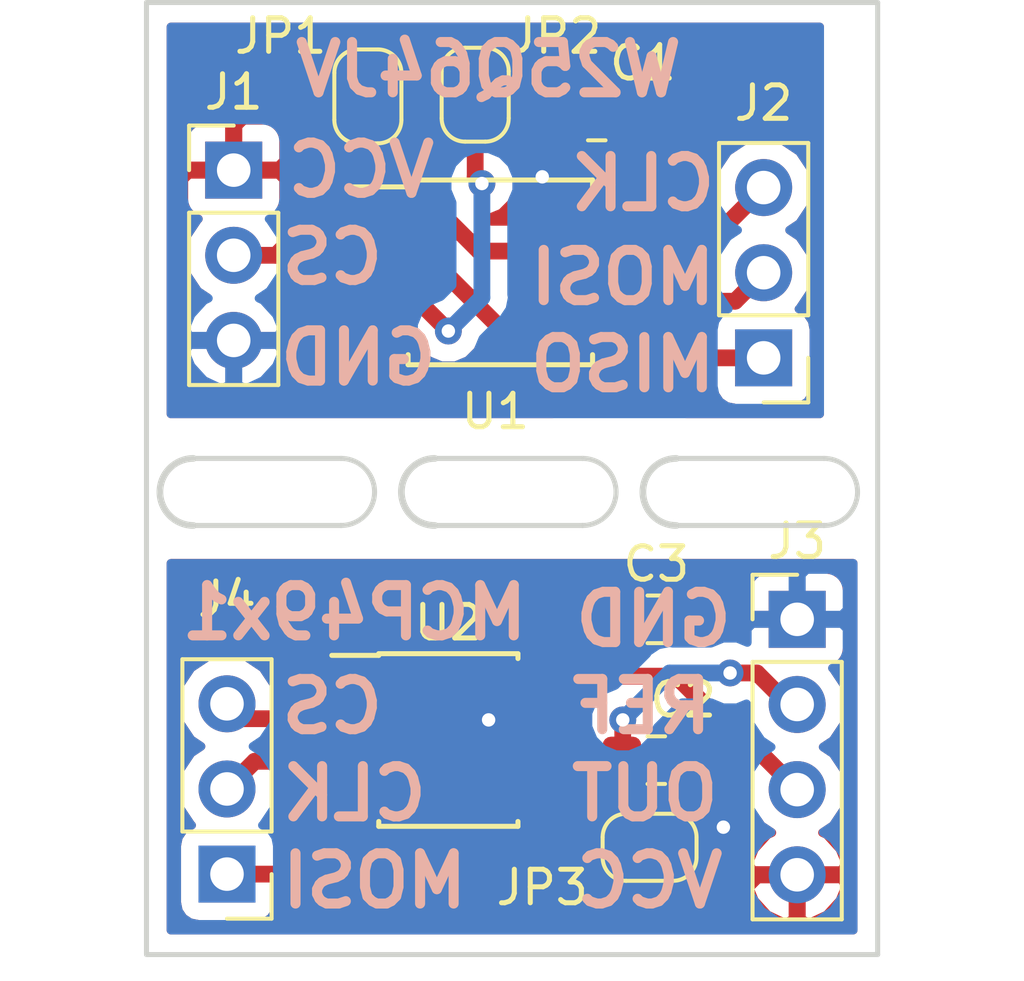
<source format=kicad_pcb>
(kicad_pcb (version 20171130) (host pcbnew 5.0.2-bee76a0~70~ubuntu18.04.1)

  (general
    (thickness 1.6)
    (drawings 31)
    (tracks 86)
    (zones 0)
    (modules 12)
    (nets 17)
  )

  (page A4)
  (layers
    (0 F.Cu signal)
    (31 B.Cu signal hide)
    (32 B.Adhes user)
    (33 F.Adhes user)
    (34 B.Paste user)
    (35 F.Paste user)
    (36 B.SilkS user)
    (37 F.SilkS user)
    (38 B.Mask user)
    (39 F.Mask user)
    (40 Dwgs.User user)
    (41 Cmts.User user)
    (42 Eco1.User user)
    (43 Eco2.User user)
    (44 Edge.Cuts user)
    (45 Margin user)
    (46 B.CrtYd user)
    (47 F.CrtYd user)
    (48 B.Fab user)
    (49 F.Fab user)
  )

  (setup
    (last_trace_width 0.5)
    (user_trace_width 0.5)
    (trace_clearance 0.5)
    (zone_clearance 0.508)
    (zone_45_only no)
    (trace_min 0.2)
    (segment_width 0.2)
    (edge_width 0.15)
    (via_size 0.8)
    (via_drill 0.4)
    (via_min_size 0.45)
    (via_min_drill 0.3)
    (uvia_size 0.3)
    (uvia_drill 0.1)
    (uvias_allowed no)
    (uvia_min_size 0)
    (uvia_min_drill 0.1)
    (pcb_text_width 0.3)
    (pcb_text_size 1.5 1.5)
    (mod_edge_width 0.15)
    (mod_text_size 1 1)
    (mod_text_width 0.15)
    (pad_size 1.524 1.524)
    (pad_drill 0.762)
    (pad_to_mask_clearance 0.051)
    (solder_mask_min_width 0.25)
    (aux_axis_origin 0 0)
    (visible_elements FFFFFF7F)
    (pcbplotparams
      (layerselection 0x010fc_ffffffff)
      (usegerberextensions false)
      (usegerberattributes false)
      (usegerberadvancedattributes false)
      (creategerberjobfile false)
      (excludeedgelayer true)
      (linewidth 0.100000)
      (plotframeref false)
      (viasonmask false)
      (mode 1)
      (useauxorigin false)
      (hpglpennumber 1)
      (hpglpenspeed 20)
      (hpglpendiameter 15.000000)
      (psnegative false)
      (psa4output false)
      (plotreference true)
      (plotvalue true)
      (plotinvisibletext false)
      (padsonsilk false)
      (subtractmaskfromsilk false)
      (outputformat 1)
      (mirror false)
      (drillshape 1)
      (scaleselection 1)
      (outputdirectory ""))
  )

  (net 0 "")
  (net 1 VCC)
  (net 2 GND)
  (net 3 GNDA)
  (net 4 Vref)
  (net 5 VDDA)
  (net 6 CS)
  (net 7 MISO)
  (net 8 MOSI)
  (net 9 CLK)
  (net 10 Vout)
  (net 11 MOSI_)
  (net 12 CLK_)
  (net 13 CS_)
  (net 14 "Net-(JP1-Pad2)")
  (net 15 "Net-(JP2-Pad2)")
  (net 16 "Net-(JP3-Pad1)")

  (net_class Default "This is the default net class."
    (clearance 0.5)
    (trace_width 0.5)
    (via_dia 0.8)
    (via_drill 0.4)
    (uvia_dia 0.3)
    (uvia_drill 0.1)
    (add_net CLK)
    (add_net CLK_)
    (add_net CS)
    (add_net CS_)
    (add_net GND)
    (add_net GNDA)
    (add_net MISO)
    (add_net MOSI)
    (add_net MOSI_)
    (add_net "Net-(JP1-Pad2)")
    (add_net "Net-(JP2-Pad2)")
    (add_net "Net-(JP3-Pad1)")
    (add_net VCC)
    (add_net VDDA)
    (add_net Vout)
    (add_net Vref)
  )

  (module Capacitor_SMD:C_0805_2012Metric_Pad1.15x1.40mm_HandSolder (layer F.Cu) (tedit 5B36C52B) (tstamp 5C6B885D)
    (at 136.825 78.8 180)
    (descr "Capacitor SMD 0805 (2012 Metric), square (rectangular) end terminal, IPC_7351 nominal with elongated pad for handsoldering. (Body size source: https://docs.google.com/spreadsheets/d/1BsfQQcO9C6DZCsRaXUlFlo91Tg2WpOkGARC1WS5S8t0/edit?usp=sharing), generated with kicad-footprint-generator")
    (tags "capacitor handsolder")
    (path /5C5F139C)
    (attr smd)
    (fp_text reference C1 (at -1.375 1.6 180) (layer F.SilkS)
      (effects (font (size 1 1) (thickness 0.15)))
    )
    (fp_text value 100n (at 0 1.65 180) (layer F.Fab)
      (effects (font (size 1 1) (thickness 0.15)))
    )
    (fp_line (start -1 0.6) (end -1 -0.6) (layer F.Fab) (width 0.1))
    (fp_line (start -1 -0.6) (end 1 -0.6) (layer F.Fab) (width 0.1))
    (fp_line (start 1 -0.6) (end 1 0.6) (layer F.Fab) (width 0.1))
    (fp_line (start 1 0.6) (end -1 0.6) (layer F.Fab) (width 0.1))
    (fp_line (start -0.261252 -0.71) (end 0.261252 -0.71) (layer F.SilkS) (width 0.12))
    (fp_line (start -0.261252 0.71) (end 0.261252 0.71) (layer F.SilkS) (width 0.12))
    (fp_line (start -1.85 0.95) (end -1.85 -0.95) (layer F.CrtYd) (width 0.05))
    (fp_line (start -1.85 -0.95) (end 1.85 -0.95) (layer F.CrtYd) (width 0.05))
    (fp_line (start 1.85 -0.95) (end 1.85 0.95) (layer F.CrtYd) (width 0.05))
    (fp_line (start 1.85 0.95) (end -1.85 0.95) (layer F.CrtYd) (width 0.05))
    (fp_text user %R (at 0 0 180) (layer F.Fab)
      (effects (font (size 0.5 0.5) (thickness 0.08)))
    )
    (pad 1 smd roundrect (at -1.025 0 180) (size 1.15 1.4) (layers F.Cu F.Paste F.Mask) (roundrect_rratio 0.217391)
      (net 1 VCC))
    (pad 2 smd roundrect (at 1.025 0 180) (size 1.15 1.4) (layers F.Cu F.Paste F.Mask) (roundrect_rratio 0.217391)
      (net 2 GND))
    (model ${KISYS3DMOD}/Capacitor_SMD.3dshapes/C_0805_2012Metric.wrl
      (at (xyz 0 0 0))
      (scale (xyz 1 1 1))
      (rotate (xyz 0 0 0))
    )
  )

  (module Capacitor_SMD:C_0805_2012Metric_Pad1.15x1.40mm_HandSolder (layer F.Cu) (tedit 5B36C52B) (tstamp 5C6B9191)
    (at 138.6 98)
    (descr "Capacitor SMD 0805 (2012 Metric), square (rectangular) end terminal, IPC_7351 nominal with elongated pad for handsoldering. (Body size source: https://docs.google.com/spreadsheets/d/1BsfQQcO9C6DZCsRaXUlFlo91Tg2WpOkGARC1WS5S8t0/edit?usp=sharing), generated with kicad-footprint-generator")
    (tags "capacitor handsolder")
    (path /5C5F16E4)
    (attr smd)
    (fp_text reference C2 (at 0.8 -1.8) (layer F.SilkS)
      (effects (font (size 1 1) (thickness 0.15)))
    )
    (fp_text value 100n (at 0 1.65) (layer F.Fab)
      (effects (font (size 1 1) (thickness 0.15)))
    )
    (fp_text user %R (at 0 -0.2) (layer F.Fab)
      (effects (font (size 0.5 0.5) (thickness 0.08)))
    )
    (fp_line (start 1.85 0.95) (end -1.85 0.95) (layer F.CrtYd) (width 0.05))
    (fp_line (start 1.85 -0.95) (end 1.85 0.95) (layer F.CrtYd) (width 0.05))
    (fp_line (start -1.85 -0.95) (end 1.85 -0.95) (layer F.CrtYd) (width 0.05))
    (fp_line (start -1.85 0.95) (end -1.85 -0.95) (layer F.CrtYd) (width 0.05))
    (fp_line (start -0.261252 0.71) (end 0.261252 0.71) (layer F.SilkS) (width 0.12))
    (fp_line (start -0.261252 -0.71) (end 0.261252 -0.71) (layer F.SilkS) (width 0.12))
    (fp_line (start 1 0.6) (end -1 0.6) (layer F.Fab) (width 0.1))
    (fp_line (start 1 -0.6) (end 1 0.6) (layer F.Fab) (width 0.1))
    (fp_line (start -1 -0.6) (end 1 -0.6) (layer F.Fab) (width 0.1))
    (fp_line (start -1 0.6) (end -1 -0.6) (layer F.Fab) (width 0.1))
    (pad 2 smd roundrect (at 1.025 0) (size 1.15 1.4) (layers F.Cu F.Paste F.Mask) (roundrect_rratio 0.217391)
      (net 3 GNDA))
    (pad 1 smd roundrect (at -1.025 0) (size 1.15 1.4) (layers F.Cu F.Paste F.Mask) (roundrect_rratio 0.217391)
      (net 4 Vref))
    (model ${KISYS3DMOD}/Capacitor_SMD.3dshapes/C_0805_2012Metric.wrl
      (at (xyz 0 0 0))
      (scale (xyz 1 1 1))
      (rotate (xyz 0 0 0))
    )
  )

  (module Capacitor_SMD:C_0805_2012Metric_Pad1.15x1.40mm_HandSolder (layer F.Cu) (tedit 5B36C52B) (tstamp 5C6B94AD)
    (at 138.6 93.8)
    (descr "Capacitor SMD 0805 (2012 Metric), square (rectangular) end terminal, IPC_7351 nominal with elongated pad for handsoldering. (Body size source: https://docs.google.com/spreadsheets/d/1BsfQQcO9C6DZCsRaXUlFlo91Tg2WpOkGARC1WS5S8t0/edit?usp=sharing), generated with kicad-footprint-generator")
    (tags "capacitor handsolder")
    (path /5C5F1797)
    (attr smd)
    (fp_text reference C3 (at 0 -1.65) (layer F.SilkS)
      (effects (font (size 1 1) (thickness 0.15)))
    )
    (fp_text value 100n (at 0 1.65) (layer F.Fab)
      (effects (font (size 1 1) (thickness 0.15)))
    )
    (fp_line (start -1 0.6) (end -1 -0.6) (layer F.Fab) (width 0.1))
    (fp_line (start -1 -0.6) (end 1 -0.6) (layer F.Fab) (width 0.1))
    (fp_line (start 1 -0.6) (end 1 0.6) (layer F.Fab) (width 0.1))
    (fp_line (start 1 0.6) (end -1 0.6) (layer F.Fab) (width 0.1))
    (fp_line (start -0.261252 -0.71) (end 0.261252 -0.71) (layer F.SilkS) (width 0.12))
    (fp_line (start -0.261252 0.71) (end 0.261252 0.71) (layer F.SilkS) (width 0.12))
    (fp_line (start -1.85 0.95) (end -1.85 -0.95) (layer F.CrtYd) (width 0.05))
    (fp_line (start -1.85 -0.95) (end 1.85 -0.95) (layer F.CrtYd) (width 0.05))
    (fp_line (start 1.85 -0.95) (end 1.85 0.95) (layer F.CrtYd) (width 0.05))
    (fp_line (start 1.85 0.95) (end -1.85 0.95) (layer F.CrtYd) (width 0.05))
    (fp_text user %R (at 0 0) (layer F.Fab)
      (effects (font (size 0.5 0.5) (thickness 0.08)))
    )
    (pad 1 smd roundrect (at -1.025 0) (size 1.15 1.4) (layers F.Cu F.Paste F.Mask) (roundrect_rratio 0.217391)
      (net 5 VDDA))
    (pad 2 smd roundrect (at 1.025 0) (size 1.15 1.4) (layers F.Cu F.Paste F.Mask) (roundrect_rratio 0.217391)
      (net 3 GNDA))
    (model ${KISYS3DMOD}/Capacitor_SMD.3dshapes/C_0805_2012Metric.wrl
      (at (xyz 0 0 0))
      (scale (xyz 1 1 1))
      (rotate (xyz 0 0 0))
    )
  )

  (module Connector_PinHeader_2.54mm:PinHeader_1x03_P2.54mm_Vertical (layer F.Cu) (tedit 59FED5CC) (tstamp 5C6B8327)
    (at 126 80.4)
    (descr "Through hole straight pin header, 1x03, 2.54mm pitch, single row")
    (tags "Through hole pin header THT 1x03 2.54mm single row")
    (path /5C5F096F)
    (fp_text reference J1 (at 0 -2.33) (layer F.SilkS)
      (effects (font (size 1 1) (thickness 0.15)))
    )
    (fp_text value Conn_01x03_Male (at 0 7.41) (layer F.Fab)
      (effects (font (size 1 1) (thickness 0.15)))
    )
    (fp_text user %R (at 0 2.54 90) (layer F.Fab)
      (effects (font (size 1 1) (thickness 0.15)))
    )
    (fp_line (start 1.8 -1.8) (end -1.8 -1.8) (layer F.CrtYd) (width 0.05))
    (fp_line (start 1.8 6.85) (end 1.8 -1.8) (layer F.CrtYd) (width 0.05))
    (fp_line (start -1.8 6.85) (end 1.8 6.85) (layer F.CrtYd) (width 0.05))
    (fp_line (start -1.8 -1.8) (end -1.8 6.85) (layer F.CrtYd) (width 0.05))
    (fp_line (start -1.33 -1.33) (end 0 -1.33) (layer F.SilkS) (width 0.12))
    (fp_line (start -1.33 0) (end -1.33 -1.33) (layer F.SilkS) (width 0.12))
    (fp_line (start -1.33 1.27) (end 1.33 1.27) (layer F.SilkS) (width 0.12))
    (fp_line (start 1.33 1.27) (end 1.33 6.41) (layer F.SilkS) (width 0.12))
    (fp_line (start -1.33 1.27) (end -1.33 6.41) (layer F.SilkS) (width 0.12))
    (fp_line (start -1.33 6.41) (end 1.33 6.41) (layer F.SilkS) (width 0.12))
    (fp_line (start -1.27 -0.635) (end -0.635 -1.27) (layer F.Fab) (width 0.1))
    (fp_line (start -1.27 6.35) (end -1.27 -0.635) (layer F.Fab) (width 0.1))
    (fp_line (start 1.27 6.35) (end -1.27 6.35) (layer F.Fab) (width 0.1))
    (fp_line (start 1.27 -1.27) (end 1.27 6.35) (layer F.Fab) (width 0.1))
    (fp_line (start -0.635 -1.27) (end 1.27 -1.27) (layer F.Fab) (width 0.1))
    (pad 3 thru_hole oval (at 0 5.08) (size 1.7 1.7) (drill 1) (layers *.Cu *.Mask)
      (net 2 GND))
    (pad 2 thru_hole oval (at 0 2.54) (size 1.7 1.7) (drill 1) (layers *.Cu *.Mask)
      (net 6 CS))
    (pad 1 thru_hole rect (at 0 0) (size 1.7 1.7) (drill 1) (layers *.Cu *.Mask)
      (net 1 VCC))
    (model ${KISYS3DMOD}/Connector_PinHeader_2.54mm.3dshapes/PinHeader_1x03_P2.54mm_Vertical.wrl
      (at (xyz 0 0 0))
      (scale (xyz 1 1 1))
      (rotate (xyz 0 0 0))
    )
  )

  (module Connector_PinHeader_2.54mm:PinHeader_1x03_P2.54mm_Vertical (layer F.Cu) (tedit 59FED5CC) (tstamp 5C6B833E)
    (at 141.8 86 180)
    (descr "Through hole straight pin header, 1x03, 2.54mm pitch, single row")
    (tags "Through hole pin header THT 1x03 2.54mm single row")
    (path /5C5F0AE3)
    (fp_text reference J2 (at 0 7.6 180) (layer F.SilkS)
      (effects (font (size 1 1) (thickness 0.15)))
    )
    (fp_text value Conn_01x03_Male (at 0 7.41 180) (layer F.Fab)
      (effects (font (size 1 1) (thickness 0.15)))
    )
    (fp_line (start -0.635 -1.27) (end 1.27 -1.27) (layer F.Fab) (width 0.1))
    (fp_line (start 1.27 -1.27) (end 1.27 6.35) (layer F.Fab) (width 0.1))
    (fp_line (start 1.27 6.35) (end -1.27 6.35) (layer F.Fab) (width 0.1))
    (fp_line (start -1.27 6.35) (end -1.27 -0.635) (layer F.Fab) (width 0.1))
    (fp_line (start -1.27 -0.635) (end -0.635 -1.27) (layer F.Fab) (width 0.1))
    (fp_line (start -1.33 6.41) (end 1.33 6.41) (layer F.SilkS) (width 0.12))
    (fp_line (start -1.33 1.27) (end -1.33 6.41) (layer F.SilkS) (width 0.12))
    (fp_line (start 1.33 1.27) (end 1.33 6.41) (layer F.SilkS) (width 0.12))
    (fp_line (start -1.33 1.27) (end 1.33 1.27) (layer F.SilkS) (width 0.12))
    (fp_line (start -1.33 0) (end -1.33 -1.33) (layer F.SilkS) (width 0.12))
    (fp_line (start -1.33 -1.33) (end 0 -1.33) (layer F.SilkS) (width 0.12))
    (fp_line (start -1.8 -1.8) (end -1.8 6.85) (layer F.CrtYd) (width 0.05))
    (fp_line (start -1.8 6.85) (end 1.8 6.85) (layer F.CrtYd) (width 0.05))
    (fp_line (start 1.8 6.85) (end 1.8 -1.8) (layer F.CrtYd) (width 0.05))
    (fp_line (start 1.8 -1.8) (end -1.8 -1.8) (layer F.CrtYd) (width 0.05))
    (fp_text user %R (at 0 2.54 270) (layer F.Fab)
      (effects (font (size 1 1) (thickness 0.15)))
    )
    (pad 1 thru_hole rect (at 0 0 180) (size 1.7 1.7) (drill 1) (layers *.Cu *.Mask)
      (net 7 MISO))
    (pad 2 thru_hole oval (at 0 2.54 180) (size 1.7 1.7) (drill 1) (layers *.Cu *.Mask)
      (net 8 MOSI))
    (pad 3 thru_hole oval (at 0 5.08 180) (size 1.7 1.7) (drill 1) (layers *.Cu *.Mask)
      (net 9 CLK))
    (model ${KISYS3DMOD}/Connector_PinHeader_2.54mm.3dshapes/PinHeader_1x03_P2.54mm_Vertical.wrl
      (at (xyz 0 0 0))
      (scale (xyz 1 1 1))
      (rotate (xyz 0 0 0))
    )
  )

  (module Connector_PinHeader_2.54mm:PinHeader_1x04_P2.54mm_Vertical (layer F.Cu) (tedit 59FED5CC) (tstamp 5C6B9605)
    (at 142.8 93.8)
    (descr "Through hole straight pin header, 1x04, 2.54mm pitch, single row")
    (tags "Through hole pin header THT 1x04 2.54mm single row")
    (path /5C5F021D)
    (fp_text reference J3 (at 0 -2.33) (layer F.SilkS)
      (effects (font (size 1 1) (thickness 0.15)))
    )
    (fp_text value Conn_01x04_Male (at 0 9.95) (layer F.Fab)
      (effects (font (size 1 1) (thickness 0.15)))
    )
    (fp_line (start -0.635 -1.27) (end 1.27 -1.27) (layer F.Fab) (width 0.1))
    (fp_line (start 1.27 -1.27) (end 1.27 8.89) (layer F.Fab) (width 0.1))
    (fp_line (start 1.27 8.89) (end -1.27 8.89) (layer F.Fab) (width 0.1))
    (fp_line (start -1.27 8.89) (end -1.27 -0.635) (layer F.Fab) (width 0.1))
    (fp_line (start -1.27 -0.635) (end -0.635 -1.27) (layer F.Fab) (width 0.1))
    (fp_line (start -1.33 8.95) (end 1.33 8.95) (layer F.SilkS) (width 0.12))
    (fp_line (start -1.33 1.27) (end -1.33 8.95) (layer F.SilkS) (width 0.12))
    (fp_line (start 1.33 1.27) (end 1.33 8.95) (layer F.SilkS) (width 0.12))
    (fp_line (start -1.33 1.27) (end 1.33 1.27) (layer F.SilkS) (width 0.12))
    (fp_line (start -1.33 0) (end -1.33 -1.33) (layer F.SilkS) (width 0.12))
    (fp_line (start -1.33 -1.33) (end 0 -1.33) (layer F.SilkS) (width 0.12))
    (fp_line (start -1.8 -1.8) (end -1.8 9.4) (layer F.CrtYd) (width 0.05))
    (fp_line (start -1.8 9.4) (end 1.8 9.4) (layer F.CrtYd) (width 0.05))
    (fp_line (start 1.8 9.4) (end 1.8 -1.8) (layer F.CrtYd) (width 0.05))
    (fp_line (start 1.8 -1.8) (end -1.8 -1.8) (layer F.CrtYd) (width 0.05))
    (fp_text user %R (at 0 3.81 90) (layer F.Fab)
      (effects (font (size 1 1) (thickness 0.15)))
    )
    (pad 1 thru_hole rect (at 0 0) (size 1.7 1.7) (drill 1) (layers *.Cu *.Mask)
      (net 3 GNDA))
    (pad 2 thru_hole oval (at 0 2.54) (size 1.7 1.7) (drill 1) (layers *.Cu *.Mask)
      (net 4 Vref))
    (pad 3 thru_hole oval (at 0 5.08) (size 1.7 1.7) (drill 1) (layers *.Cu *.Mask)
      (net 10 Vout))
    (pad 4 thru_hole oval (at 0 7.62) (size 1.7 1.7) (drill 1) (layers *.Cu *.Mask)
      (net 5 VDDA))
    (model ${KISYS3DMOD}/Connector_PinHeader_2.54mm.3dshapes/PinHeader_1x04_P2.54mm_Vertical.wrl
      (at (xyz 0 0 0))
      (scale (xyz 1 1 1))
      (rotate (xyz 0 0 0))
    )
  )

  (module Connector_PinHeader_2.54mm:PinHeader_1x03_P2.54mm_Vertical (layer F.Cu) (tedit 59FED5CC) (tstamp 5C6B836D)
    (at 125.8 101.4 180)
    (descr "Through hole straight pin header, 1x03, 2.54mm pitch, single row")
    (tags "Through hole pin header THT 1x03 2.54mm single row")
    (path /5C5F04C7)
    (fp_text reference J4 (at 0 8.2 180) (layer F.SilkS)
      (effects (font (size 1 1) (thickness 0.15)))
    )
    (fp_text value Conn_01x03_Male (at 0 7.41 180) (layer F.Fab)
      (effects (font (size 1 1) (thickness 0.15)))
    )
    (fp_line (start -0.635 -1.27) (end 1.27 -1.27) (layer F.Fab) (width 0.1))
    (fp_line (start 1.27 -1.27) (end 1.27 6.35) (layer F.Fab) (width 0.1))
    (fp_line (start 1.27 6.35) (end -1.27 6.35) (layer F.Fab) (width 0.1))
    (fp_line (start -1.27 6.35) (end -1.27 -0.635) (layer F.Fab) (width 0.1))
    (fp_line (start -1.27 -0.635) (end -0.635 -1.27) (layer F.Fab) (width 0.1))
    (fp_line (start -1.33 6.41) (end 1.33 6.41) (layer F.SilkS) (width 0.12))
    (fp_line (start -1.33 1.27) (end -1.33 6.41) (layer F.SilkS) (width 0.12))
    (fp_line (start 1.33 1.27) (end 1.33 6.41) (layer F.SilkS) (width 0.12))
    (fp_line (start -1.33 1.27) (end 1.33 1.27) (layer F.SilkS) (width 0.12))
    (fp_line (start -1.33 0) (end -1.33 -1.33) (layer F.SilkS) (width 0.12))
    (fp_line (start -1.33 -1.33) (end 0 -1.33) (layer F.SilkS) (width 0.12))
    (fp_line (start -1.8 -1.8) (end -1.8 6.85) (layer F.CrtYd) (width 0.05))
    (fp_line (start -1.8 6.85) (end 1.8 6.85) (layer F.CrtYd) (width 0.05))
    (fp_line (start 1.8 6.85) (end 1.8 -1.8) (layer F.CrtYd) (width 0.05))
    (fp_line (start 1.8 -1.8) (end -1.8 -1.8) (layer F.CrtYd) (width 0.05))
    (fp_text user %R (at 0 2.54 270) (layer F.Fab)
      (effects (font (size 1 1) (thickness 0.15)))
    )
    (pad 1 thru_hole rect (at 0 0 180) (size 1.7 1.7) (drill 1) (layers *.Cu *.Mask)
      (net 11 MOSI_))
    (pad 2 thru_hole oval (at 0 2.54 180) (size 1.7 1.7) (drill 1) (layers *.Cu *.Mask)
      (net 12 CLK_))
    (pad 3 thru_hole oval (at 0 5.08 180) (size 1.7 1.7) (drill 1) (layers *.Cu *.Mask)
      (net 13 CS_))
    (model ${KISYS3DMOD}/Connector_PinHeader_2.54mm.3dshapes/PinHeader_1x03_P2.54mm_Vertical.wrl
      (at (xyz 0 0 0))
      (scale (xyz 1 1 1))
      (rotate (xyz 0 0 0))
    )
  )

  (module Jumper:SolderJumper-2_P1.3mm_Open_RoundedPad1.0x1.5mm (layer F.Cu) (tedit 5C5EF37B) (tstamp 5C6B837F)
    (at 130 78.2 270)
    (descr "SMD Solder Jumper, 1x1.5mm, rounded Pads, 0.3mm gap, open")
    (tags "solder jumper open")
    (path /5C5F0F7C)
    (attr virtual)
    (fp_text reference JP1 (at -1.8 2.6) (layer F.SilkS)
      (effects (font (size 1 1) (thickness 0.15)))
    )
    (fp_text value Jumper (at 0 1.9 270) (layer F.Fab)
      (effects (font (size 1 1) (thickness 0.15)))
    )
    (fp_arc (start 0.7 -0.3) (end 1.4 -0.3) (angle -90) (layer F.SilkS) (width 0.12))
    (fp_arc (start 0.7 0.3) (end 0.7 1) (angle -90) (layer F.SilkS) (width 0.12))
    (fp_arc (start -0.7 0.3) (end -1.4 0.3) (angle -90) (layer F.SilkS) (width 0.12))
    (fp_arc (start -0.7 -0.3) (end -0.7 -1) (angle -90) (layer F.SilkS) (width 0.12))
    (fp_line (start -1.4 0.3) (end -1.4 -0.3) (layer F.SilkS) (width 0.12))
    (fp_line (start 0.7 1) (end -0.7 1) (layer F.SilkS) (width 0.12))
    (fp_line (start 1.4 -0.3) (end 1.4 0.3) (layer F.SilkS) (width 0.12))
    (fp_line (start -0.7 -1) (end 0.7 -1) (layer F.SilkS) (width 0.12))
    (fp_line (start -1.65 -1.25) (end 1.65 -1.25) (layer F.CrtYd) (width 0.05))
    (fp_line (start -1.65 -1.25) (end -1.65 1.25) (layer F.CrtYd) (width 0.05))
    (fp_line (start 1.65 1.25) (end 1.65 -1.25) (layer F.CrtYd) (width 0.05))
    (fp_line (start 1.65 1.25) (end -1.65 1.25) (layer F.CrtYd) (width 0.05))
    (pad 1 smd custom (at -0.65 0 270) (size 1 0.5) (layers F.Cu F.Mask)
      (net 1 VCC) (zone_connect 0)
      (options (clearance outline) (anchor rect))
      (primitives
        (gr_circle (center 0 0.25) (end 0.5 0.25) (width 0))
        (gr_circle (center 0 -0.25) (end 0.5 -0.25) (width 0))
        (gr_poly (pts
           (xy 0 -0.75) (xy 0.5 -0.75) (xy 0.5 0.75) (xy 0 0.75)) (width 0))
      ))
    (pad 2 smd custom (at 0.65 0 270) (size 1 0.5) (layers F.Cu F.Mask)
      (net 14 "Net-(JP1-Pad2)") (zone_connect 0)
      (options (clearance outline) (anchor rect))
      (primitives
        (gr_circle (center 0 0.25) (end 0.5 0.25) (width 0))
        (gr_circle (center 0 -0.25) (end 0.5 -0.25) (width 0))
        (gr_poly (pts
           (xy 0 -0.75) (xy -0.5 -0.75) (xy -0.5 0.75) (xy 0 0.75)) (width 0))
      ))
  )

  (module Jumper:SolderJumper-2_P1.3mm_Open_RoundedPad1.0x1.5mm (layer F.Cu) (tedit 5B391E66) (tstamp 5C6B8391)
    (at 133.2 78.15 270)
    (descr "SMD Solder Jumper, 1x1.5mm, rounded Pads, 0.3mm gap, open")
    (tags "solder jumper open")
    (path /5C5F0EF6)
    (attr virtual)
    (fp_text reference JP2 (at -1.75 -2.4) (layer F.SilkS)
      (effects (font (size 1 1) (thickness 0.15)))
    )
    (fp_text value Jumper (at 0 1.9 270) (layer F.Fab)
      (effects (font (size 1 1) (thickness 0.15)))
    )
    (fp_line (start 1.65 1.25) (end -1.65 1.25) (layer F.CrtYd) (width 0.05))
    (fp_line (start 1.65 1.25) (end 1.65 -1.25) (layer F.CrtYd) (width 0.05))
    (fp_line (start -1.65 -1.25) (end -1.65 1.25) (layer F.CrtYd) (width 0.05))
    (fp_line (start -1.65 -1.25) (end 1.65 -1.25) (layer F.CrtYd) (width 0.05))
    (fp_line (start -0.7 -1) (end 0.7 -1) (layer F.SilkS) (width 0.12))
    (fp_line (start 1.4 -0.3) (end 1.4 0.3) (layer F.SilkS) (width 0.12))
    (fp_line (start 0.7 1) (end -0.7 1) (layer F.SilkS) (width 0.12))
    (fp_line (start -1.4 0.3) (end -1.4 -0.3) (layer F.SilkS) (width 0.12))
    (fp_arc (start -0.7 -0.3) (end -0.7 -1) (angle -90) (layer F.SilkS) (width 0.12))
    (fp_arc (start -0.7 0.3) (end -1.4 0.3) (angle -90) (layer F.SilkS) (width 0.12))
    (fp_arc (start 0.7 0.3) (end 0.7 1) (angle -90) (layer F.SilkS) (width 0.12))
    (fp_arc (start 0.7 -0.3) (end 1.4 -0.3) (angle -90) (layer F.SilkS) (width 0.12))
    (pad 2 smd custom (at 0.65 0 270) (size 1 0.5) (layers F.Cu F.Mask)
      (net 15 "Net-(JP2-Pad2)") (zone_connect 0)
      (options (clearance outline) (anchor rect))
      (primitives
        (gr_circle (center 0 0.25) (end 0.5 0.25) (width 0))
        (gr_circle (center 0 -0.25) (end 0.5 -0.25) (width 0))
        (gr_poly (pts
           (xy 0 -0.75) (xy -0.5 -0.75) (xy -0.5 0.75) (xy 0 0.75)) (width 0))
      ))
    (pad 1 smd custom (at -0.65 0 270) (size 1 0.5) (layers F.Cu F.Mask)
      (net 1 VCC) (zone_connect 0)
      (options (clearance outline) (anchor rect))
      (primitives
        (gr_circle (center 0 0.25) (end 0.5 0.25) (width 0))
        (gr_circle (center 0 -0.25) (end 0.5 -0.25) (width 0))
        (gr_poly (pts
           (xy 0 -0.75) (xy 0.5 -0.75) (xy 0.5 0.75) (xy 0 0.75)) (width 0))
      ))
  )

  (module Jumper:SolderJumper-2_P1.3mm_Open_RoundedPad1.0x1.5mm (layer F.Cu) (tedit 5B391E66) (tstamp 5C6B83A3)
    (at 138.4 100.6)
    (descr "SMD Solder Jumper, 1x1.5mm, rounded Pads, 0.3mm gap, open")
    (tags "solder jumper open")
    (path /5C5EFF37)
    (attr virtual)
    (fp_text reference JP3 (at -3.2 1.2) (layer F.SilkS)
      (effects (font (size 1 1) (thickness 0.15)))
    )
    (fp_text value Jumper (at 0 1.9) (layer F.Fab)
      (effects (font (size 1 1) (thickness 0.15)))
    )
    (fp_arc (start 0.7 -0.3) (end 1.4 -0.3) (angle -90) (layer F.SilkS) (width 0.12))
    (fp_arc (start 0.7 0.3) (end 0.7 1) (angle -90) (layer F.SilkS) (width 0.12))
    (fp_arc (start -0.7 0.3) (end -1.4 0.3) (angle -90) (layer F.SilkS) (width 0.12))
    (fp_arc (start -0.7 -0.3) (end -0.7 -1) (angle -90) (layer F.SilkS) (width 0.12))
    (fp_line (start -1.4 0.3) (end -1.4 -0.3) (layer F.SilkS) (width 0.12))
    (fp_line (start 0.7 1) (end -0.7 1) (layer F.SilkS) (width 0.12))
    (fp_line (start 1.4 -0.3) (end 1.4 0.3) (layer F.SilkS) (width 0.12))
    (fp_line (start -0.7 -1) (end 0.7 -1) (layer F.SilkS) (width 0.12))
    (fp_line (start -1.65 -1.25) (end 1.65 -1.25) (layer F.CrtYd) (width 0.05))
    (fp_line (start -1.65 -1.25) (end -1.65 1.25) (layer F.CrtYd) (width 0.05))
    (fp_line (start 1.65 1.25) (end 1.65 -1.25) (layer F.CrtYd) (width 0.05))
    (fp_line (start 1.65 1.25) (end -1.65 1.25) (layer F.CrtYd) (width 0.05))
    (pad 1 smd custom (at -0.65 0) (size 1 0.5) (layers F.Cu F.Mask)
      (net 16 "Net-(JP3-Pad1)") (zone_connect 0)
      (options (clearance outline) (anchor rect))
      (primitives
        (gr_circle (center 0 0.25) (end 0.5 0.25) (width 0))
        (gr_circle (center 0 -0.25) (end 0.5 -0.25) (width 0))
        (gr_poly (pts
           (xy 0 -0.75) (xy 0.5 -0.75) (xy 0.5 0.75) (xy 0 0.75)) (width 0))
      ))
    (pad 2 smd custom (at 0.65 0) (size 1 0.5) (layers F.Cu F.Mask)
      (net 3 GNDA) (zone_connect 0)
      (options (clearance outline) (anchor rect))
      (primitives
        (gr_circle (center 0 0.25) (end 0.5 0.25) (width 0))
        (gr_circle (center 0 -0.25) (end 0.5 -0.25) (width 0))
        (gr_poly (pts
           (xy 0 -0.75) (xy -0.5 -0.75) (xy -0.5 0.75) (xy 0 0.75)) (width 0))
      ))
  )

  (module Package_SO:SOIJ-8_5.3x5.3mm_P1.27mm (layer F.Cu) (tedit 5A02F2D3) (tstamp 5C6B870F)
    (at 133.95 83.45)
    (descr "8-Lead Plastic Small Outline (SM) - Medium, 5.28 mm Body [SOIC] (see Microchip Packaging Specification 00000049BS.pdf)")
    (tags "SOIC 1.27")
    (path /5C5EF999)
    (attr smd)
    (fp_text reference U1 (at -0.15 4.15) (layer F.SilkS)
      (effects (font (size 1 1) (thickness 0.15)))
    )
    (fp_text value W25Q64JV (at 0 3.68) (layer F.Fab)
      (effects (font (size 1 1) (thickness 0.15)))
    )
    (fp_text user %R (at -1.175001 -1.475001) (layer F.Fab)
      (effects (font (size 1 1) (thickness 0.15)))
    )
    (fp_line (start -1.65 -2.65) (end 2.65 -2.65) (layer F.Fab) (width 0.15))
    (fp_line (start 2.65 -2.65) (end 2.65 2.65) (layer F.Fab) (width 0.15))
    (fp_line (start 2.65 2.65) (end -2.65 2.65) (layer F.Fab) (width 0.15))
    (fp_line (start -2.65 2.65) (end -2.65 -1.65) (layer F.Fab) (width 0.15))
    (fp_line (start -2.65 -1.65) (end -1.65 -2.65) (layer F.Fab) (width 0.15))
    (fp_line (start -4.75 -2.95) (end -4.75 2.95) (layer F.CrtYd) (width 0.05))
    (fp_line (start 4.75 -2.95) (end 4.75 2.95) (layer F.CrtYd) (width 0.05))
    (fp_line (start -4.75 -2.95) (end 4.75 -2.95) (layer F.CrtYd) (width 0.05))
    (fp_line (start -4.75 2.95) (end 4.75 2.95) (layer F.CrtYd) (width 0.05))
    (fp_line (start -2.75 -2.755) (end -2.75 -2.55) (layer F.SilkS) (width 0.15))
    (fp_line (start 2.75 -2.755) (end 2.75 -2.455) (layer F.SilkS) (width 0.15))
    (fp_line (start 2.75 2.755) (end 2.75 2.455) (layer F.SilkS) (width 0.15))
    (fp_line (start -2.75 2.755) (end -2.75 2.455) (layer F.SilkS) (width 0.15))
    (fp_line (start -2.75 -2.755) (end 2.75 -2.755) (layer F.SilkS) (width 0.15))
    (fp_line (start -2.75 2.755) (end 2.75 2.755) (layer F.SilkS) (width 0.15))
    (fp_line (start -2.75 -2.55) (end -4.5 -2.55) (layer F.SilkS) (width 0.15))
    (pad 1 smd rect (at -3.65 -1.905) (size 1.7 0.65) (layers F.Cu F.Paste F.Mask)
      (net 6 CS))
    (pad 2 smd rect (at -3.65 -0.635) (size 1.7 0.65) (layers F.Cu F.Paste F.Mask)
      (net 7 MISO))
    (pad 3 smd rect (at -3.65 0.635) (size 1.7 0.65) (layers F.Cu F.Paste F.Mask)
      (net 15 "Net-(JP2-Pad2)"))
    (pad 4 smd rect (at -3.65 1.905) (size 1.7 0.65) (layers F.Cu F.Paste F.Mask)
      (net 2 GND))
    (pad 5 smd rect (at 3.65 1.905) (size 1.7 0.65) (layers F.Cu F.Paste F.Mask)
      (net 8 MOSI))
    (pad 6 smd rect (at 3.65 0.635) (size 1.7 0.65) (layers F.Cu F.Paste F.Mask)
      (net 9 CLK))
    (pad 7 smd rect (at 3.65 -0.635) (size 1.7 0.65) (layers F.Cu F.Paste F.Mask)
      (net 14 "Net-(JP1-Pad2)"))
    (pad 8 smd rect (at 3.65 -1.905) (size 1.7 0.65) (layers F.Cu F.Paste F.Mask)
      (net 1 VCC))
    (model ${KISYS3DMOD}/Package_SO.3dshapes/SOIJ-8_5.3x5.3mm_P1.27mm.wrl
      (at (xyz 0 0 0))
      (scale (xyz 1 1 1))
      (rotate (xyz 0 0 0))
    )
  )

  (module Package_SO:SOIC-8_3.9x4.9mm_P1.27mm (layer F.Cu) (tedit 5A02F2D3) (tstamp 5C6B83DD)
    (at 132.4 97.4)
    (descr "8-Lead Plastic Small Outline (SN) - Narrow, 3.90 mm Body [SOIC] (see Microchip Packaging Specification http://ww1.microchip.com/downloads/en/PackagingSpec/00000049BQ.pdf)")
    (tags "SOIC 1.27")
    (path /5C5EFADB)
    (attr smd)
    (fp_text reference U2 (at 0 -3.5) (layer F.SilkS)
      (effects (font (size 1 1) (thickness 0.15)))
    )
    (fp_text value MCP4911 (at 0 3.5) (layer F.Fab)
      (effects (font (size 1 1) (thickness 0.15)))
    )
    (fp_text user %R (at 0.194999 0) (layer F.Fab)
      (effects (font (size 1 1) (thickness 0.15)))
    )
    (fp_line (start -0.95 -2.45) (end 1.95 -2.45) (layer F.Fab) (width 0.1))
    (fp_line (start 1.95 -2.45) (end 1.95 2.45) (layer F.Fab) (width 0.1))
    (fp_line (start 1.95 2.45) (end -1.95 2.45) (layer F.Fab) (width 0.1))
    (fp_line (start -1.95 2.45) (end -1.95 -1.45) (layer F.Fab) (width 0.1))
    (fp_line (start -1.95 -1.45) (end -0.95 -2.45) (layer F.Fab) (width 0.1))
    (fp_line (start -3.73 -2.7) (end -3.73 2.7) (layer F.CrtYd) (width 0.05))
    (fp_line (start 3.73 -2.7) (end 3.73 2.7) (layer F.CrtYd) (width 0.05))
    (fp_line (start -3.73 -2.7) (end 3.73 -2.7) (layer F.CrtYd) (width 0.05))
    (fp_line (start -3.73 2.7) (end 3.73 2.7) (layer F.CrtYd) (width 0.05))
    (fp_line (start -2.075 -2.575) (end -2.075 -2.525) (layer F.SilkS) (width 0.15))
    (fp_line (start 2.075 -2.575) (end 2.075 -2.43) (layer F.SilkS) (width 0.15))
    (fp_line (start 2.075 2.575) (end 2.075 2.43) (layer F.SilkS) (width 0.15))
    (fp_line (start -2.075 2.575) (end -2.075 2.43) (layer F.SilkS) (width 0.15))
    (fp_line (start -2.075 -2.575) (end 2.075 -2.575) (layer F.SilkS) (width 0.15))
    (fp_line (start -2.075 2.575) (end 2.075 2.575) (layer F.SilkS) (width 0.15))
    (fp_line (start -2.075 -2.525) (end -3.475 -2.525) (layer F.SilkS) (width 0.15))
    (pad 1 smd rect (at -2.7 -1.905) (size 1.55 0.6) (layers F.Cu F.Paste F.Mask)
      (net 5 VDDA))
    (pad 2 smd rect (at -2.7 -0.635) (size 1.55 0.6) (layers F.Cu F.Paste F.Mask)
      (net 13 CS_))
    (pad 3 smd rect (at -2.7 0.635) (size 1.55 0.6) (layers F.Cu F.Paste F.Mask)
      (net 12 CLK_))
    (pad 4 smd rect (at -2.7 1.905) (size 1.55 0.6) (layers F.Cu F.Paste F.Mask)
      (net 11 MOSI_))
    (pad 5 smd rect (at 2.7 1.905) (size 1.55 0.6) (layers F.Cu F.Paste F.Mask)
      (net 16 "Net-(JP3-Pad1)"))
    (pad 6 smd rect (at 2.7 0.635) (size 1.55 0.6) (layers F.Cu F.Paste F.Mask)
      (net 4 Vref))
    (pad 7 smd rect (at 2.7 -0.635) (size 1.55 0.6) (layers F.Cu F.Paste F.Mask)
      (net 3 GNDA))
    (pad 8 smd rect (at 2.7 -1.905) (size 1.55 0.6) (layers F.Cu F.Paste F.Mask)
      (net 10 Vout))
    (model ${KISYS3DMOD}/Package_SO.3dshapes/SOIC-8_3.9x4.9mm_P1.27mm.wrl
      (at (xyz 0 0 0))
      (scale (xyz 1 1 1))
      (rotate (xyz 0 0 0))
    )
  )

  (gr_line (start 143.6 89) (end 139.2 89) (layer Edge.Cuts) (width 0.15) (tstamp 5C6BBAC7))
  (gr_arc (start 139.2 90) (end 139.2 89) (angle -180) (layer Edge.Cuts) (width 0.2) (tstamp 5C6BBAC1))
  (gr_line (start 139.2 91) (end 143.6 91) (layer Edge.Cuts) (width 0.15) (tstamp 5C6BBABE))
  (gr_arc (start 143.6 90) (end 143.6 91) (angle -180) (layer Edge.Cuts) (width 0.15) (tstamp 5C6BBAC4))
  (gr_line (start 136.4 89) (end 132 89) (layer Edge.Cuts) (width 0.15) (tstamp 5C6BBA40))
  (gr_line (start 132 91) (end 136.4 91) (layer Edge.Cuts) (width 0.15) (tstamp 5C6BBA3F))
  (gr_arc (start 136.4 90) (end 136.4 91) (angle -180) (layer Edge.Cuts) (width 0.15) (tstamp 5C6BBA3E))
  (gr_arc (start 132 90) (end 132 89) (angle -180) (layer Edge.Cuts) (width 0.2) (tstamp 5C6BBA3D))
  (gr_line (start 124.8 91) (end 129.2 91) (layer Edge.Cuts) (width 0.15))
  (gr_line (start 129.2 89) (end 124.8 89) (layer Edge.Cuts) (width 0.15))
  (gr_arc (start 129.2 90) (end 129.2 91) (angle -180) (layer Edge.Cuts) (width 0.15))
  (gr_arc (start 124.8 90) (end 124.8 89) (angle -180) (layer Edge.Cuts) (width 0.2))
  (gr_text W25Q64JV (at 133.6 77.4) (layer B.SilkS)
    (effects (font (size 1.5 1.5) (thickness 0.3)) (justify mirror))
  )
  (gr_text MCP49x1 (at 129.6 93.6) (layer B.SilkS)
    (effects (font (size 1.5 1.5) (thickness 0.3)) (justify mirror))
  )
  (gr_text OUT (at 140.6 99) (layer B.SilkS) (tstamp 5C6BA1CB)
    (effects (font (size 1.5 1.5) (thickness 0.3)) (justify left mirror))
  )
  (gr_text REF (at 140.4 96.4) (layer B.SilkS) (tstamp 5C6BA193)
    (effects (font (size 1.5 1.5) (thickness 0.3)) (justify left mirror))
  )
  (gr_text MOSI (at 130.2 101.6) (layer B.SilkS) (tstamp 5C6BA13A)
    (effects (font (size 1.5 1.5) (thickness 0.3)) (justify mirror))
  )
  (gr_text CS (at 130.6 96.4) (layer B.SilkS) (tstamp 5C6BA0E5)
    (effects (font (size 1.5 1.5) (thickness 0.3)) (justify left mirror))
  )
  (gr_text CLK (at 129.6 99) (layer B.SilkS) (tstamp 5C6BA074)
    (effects (font (size 1.5 1.5) (thickness 0.3)) (justify mirror))
  )
  (gr_text VCC (at 138.4 101.6) (layer B.SilkS) (tstamp 5C6BA01F)
    (effects (font (size 1.5 1.5) (thickness 0.3)) (justify mirror))
  )
  (gr_text GND (at 141 93.8) (layer B.SilkS) (tstamp 5C6B9FCA)
    (effects (font (size 1.5 1.5) (thickness 0.3)) (justify left mirror))
  )
  (gr_text MISO (at 137.6 86.2) (layer B.SilkS) (tstamp 5C6B9DEE)
    (effects (font (size 1.5 1.5) (thickness 0.3)) (justify mirror))
  )
  (gr_text MOSI (at 137.6 83.6) (layer B.SilkS) (tstamp 5C6B9DB6)
    (effects (font (size 1.5 1.5) (thickness 0.3)) (justify mirror))
  )
  (gr_text CLK (at 138.2 80.8) (layer B.SilkS) (tstamp 5C6B9D7E)
    (effects (font (size 1.5 1.5) (thickness 0.3)) (justify mirror))
  )
  (gr_text GND (at 132.2 86) (layer B.SilkS) (tstamp 5C6B9D42)
    (effects (font (size 1.5 1.5) (thickness 0.3)) (justify left mirror))
  )
  (gr_text CS (at 130.6 83) (layer B.SilkS) (tstamp 5C6B9C9C)
    (effects (font (size 1.5 1.5) (thickness 0.3)) (justify left mirror))
  )
  (gr_text VCC (at 129.8 80.4) (layer B.SilkS)
    (effects (font (size 1.5 1.5) (thickness 0.3)) (justify mirror))
  )
  (gr_line (start 145.2 75.4) (end 145.2 103.8) (layer Edge.Cuts) (width 0.15))
  (gr_line (start 123.4 75.4) (end 145.2 75.4) (layer Edge.Cuts) (width 0.15))
  (gr_line (start 123.4 103.8) (end 123.4 75.4) (layer Edge.Cuts) (width 0.15))
  (gr_line (start 145.2 103.8) (end 123.4 103.8) (layer Edge.Cuts) (width 0.15))

  (segment (start 137.85 81.295) (end 137.85 78.8) (width 0.8) (layer F.Cu) (net 1))
  (segment (start 129.152408 77.55) (end 130 77.55) (width 0.5) (layer F.Cu) (net 1))
  (segment (start 127.5 77.55) (end 129.152408 77.55) (width 0.5) (layer F.Cu) (net 1))
  (segment (start 126 79.05) (end 127.5 77.55) (width 0.5) (layer F.Cu) (net 1))
  (segment (start 126 80.4) (end 126 79.05) (width 0.5) (layer F.Cu) (net 1))
  (segment (start 133.15 77.55) (end 133.2 77.5) (width 0.5) (layer F.Cu) (net 1))
  (segment (start 130 77.55) (end 133.15 77.55) (width 0.5) (layer F.Cu) (net 1))
  (segment (start 137.85 78) (end 137.85 78.8) (width 0.5) (layer F.Cu) (net 1))
  (segment (start 136.825226 76.975226) (end 137.85 78) (width 0.5) (layer F.Cu) (net 1))
  (segment (start 133.724774 76.975226) (end 136.825226 76.975226) (width 0.5) (layer F.Cu) (net 1))
  (segment (start 133.2 77.5) (end 133.724774 76.975226) (width 0.5) (layer F.Cu) (net 1))
  (segment (start 130.175 85.48) (end 130.3 85.355) (width 0.5) (layer F.Cu) (net 2))
  (segment (start 126 85.48) (end 130.175 85.48) (width 0.5) (layer F.Cu) (net 2))
  (via (at 135.2 80.6) (size 0.8) (drill 0.4) (layers F.Cu B.Cu) (net 2))
  (segment (start 135.8 78.8) (end 135.8 80) (width 0.8) (layer F.Cu) (net 2))
  (segment (start 135.8 80) (end 135.2 80.6) (width 0.8) (layer F.Cu) (net 2))
  (segment (start 139.625 93.8) (end 142.8 93.8) (width 0.5) (layer F.Cu) (net 3))
  (via (at 140.6 100) (size 0.8) (drill 0.4) (layers F.Cu B.Cu) (net 3))
  (segment (start 139.05 100.6) (end 140 100.6) (width 0.5) (layer F.Cu) (net 3))
  (segment (start 140 100.6) (end 140.6 100) (width 0.5) (layer F.Cu) (net 3))
  (segment (start 139.625 99.025) (end 140.6 100) (width 0.5) (layer F.Cu) (net 3))
  (segment (start 139.625 98) (end 139.625 99.025) (width 0.5) (layer F.Cu) (net 3))
  (via (at 133.6 96.8) (size 0.8) (drill 0.4) (layers F.Cu B.Cu) (net 3))
  (segment (start 135.1 96.765) (end 133.635 96.765) (width 0.5) (layer F.Cu) (net 3))
  (segment (start 133.635 96.765) (end 133.6 96.8) (width 0.5) (layer F.Cu) (net 3))
  (segment (start 135.135 98) (end 135.1 98.035) (width 0.5) (layer F.Cu) (net 4))
  (segment (start 137.575 98) (end 135.135 98) (width 0.5) (layer F.Cu) (net 4))
  (via (at 140.8 95.4) (size 0.8) (drill 0.4) (layers F.Cu B.Cu) (net 4))
  (via (at 137.6 96.8) (size 0.8) (drill 0.4) (layers F.Cu B.Cu) (net 4))
  (segment (start 137.6 97.975) (end 137.575 98) (width 0.5) (layer F.Cu) (net 4))
  (segment (start 137.6 96.8) (end 137.6 97.975) (width 0.5) (layer F.Cu) (net 4))
  (segment (start 142.8 96.34) (end 142.54 96.34) (width 0.5) (layer F.Cu) (net 4))
  (segment (start 141.6 95.4) (end 140.8 95.4) (width 0.5) (layer F.Cu) (net 4))
  (segment (start 142.54 96.34) (end 141.6 95.4) (width 0.5) (layer F.Cu) (net 4))
  (segment (start 139 95.4) (end 140.8 95.4) (width 0.5) (layer B.Cu) (net 4))
  (segment (start 137.6 96.8) (end 139 95.4) (width 0.5) (layer B.Cu) (net 4))
  (segment (start 129.7 94.695) (end 129.7 95.495) (width 0.5) (layer F.Cu) (net 5))
  (segment (start 130.595 93.8) (end 129.7 94.695) (width 0.5) (layer F.Cu) (net 5))
  (segment (start 132.4 99.030002) (end 132.4 93.8) (width 0.5) (layer F.Cu) (net 5))
  (segment (start 135.470008 102.10001) (end 132.4 99.030002) (width 0.5) (layer F.Cu) (net 5))
  (segment (start 140.917909 102.10001) (end 135.470008 102.10001) (width 0.5) (layer F.Cu) (net 5))
  (segment (start 141.597919 101.42) (end 140.917909 102.10001) (width 0.5) (layer F.Cu) (net 5))
  (segment (start 142.8 101.42) (end 141.597919 101.42) (width 0.5) (layer F.Cu) (net 5))
  (segment (start 132.4 93.8) (end 130.595 93.8) (width 0.5) (layer F.Cu) (net 5))
  (segment (start 137.575 93.8) (end 132.4 93.8) (width 0.5) (layer F.Cu) (net 5))
  (segment (start 126 82.94) (end 127.26 82.94) (width 0.5) (layer F.Cu) (net 6))
  (segment (start 128.655 81.545) (end 130.3 81.545) (width 0.5) (layer F.Cu) (net 6))
  (segment (start 127.26 82.94) (end 128.655 81.545) (width 0.5) (layer F.Cu) (net 6))
  (segment (start 140.164225 86) (end 139.364225 86.8) (width 0.5) (layer F.Cu) (net 7))
  (segment (start 141.8 86) (end 140.164225 86) (width 0.5) (layer F.Cu) (net 7))
  (segment (start 135.635 86.8) (end 131.65 82.815) (width 0.5) (layer F.Cu) (net 7))
  (segment (start 131.65 82.815) (end 130.3 82.815) (width 0.5) (layer F.Cu) (net 7))
  (segment (start 139.364225 86.8) (end 135.635 86.8) (width 0.5) (layer F.Cu) (net 7))
  (segment (start 140.950001 84.309999) (end 141.8 83.46) (width 0.5) (layer F.Cu) (net 8))
  (segment (start 140.439999 84.309999) (end 140.950001 84.309999) (width 0.5) (layer F.Cu) (net 8))
  (segment (start 139.394998 85.355) (end 140.439999 84.309999) (width 0.5) (layer F.Cu) (net 8))
  (segment (start 137.6 85.355) (end 139.394998 85.355) (width 0.5) (layer F.Cu) (net 8))
  (segment (start 138.635 84.085) (end 141.8 80.92) (width 0.5) (layer F.Cu) (net 9))
  (segment (start 137.6 84.085) (end 138.635 84.085) (width 0.5) (layer F.Cu) (net 9))
  (segment (start 140.247999 96.550001) (end 140.470001 96.550001) (width 0.5) (layer F.Cu) (net 10))
  (segment (start 135.1 95.495) (end 139.192998 95.495) (width 0.5) (layer F.Cu) (net 10))
  (segment (start 140.470001 96.550001) (end 142.8 98.88) (width 0.5) (layer F.Cu) (net 10))
  (segment (start 139.192998 95.495) (end 140.247999 96.550001) (width 0.5) (layer F.Cu) (net 10))
  (segment (start 129.7 100.105) (end 129.7 99.305) (width 0.5) (layer F.Cu) (net 11))
  (segment (start 128.405 101.4) (end 129.7 100.105) (width 0.5) (layer F.Cu) (net 11))
  (segment (start 125.8 101.4) (end 128.405 101.4) (width 0.5) (layer F.Cu) (net 11))
  (segment (start 126.625 98.035) (end 129.7 98.035) (width 0.5) (layer F.Cu) (net 12))
  (segment (start 125.8 98.86) (end 126.625 98.035) (width 0.5) (layer F.Cu) (net 12))
  (segment (start 126.245 96.765) (end 129.7 96.765) (width 0.5) (layer F.Cu) (net 13))
  (segment (start 125.8 96.32) (end 126.245 96.765) (width 0.5) (layer F.Cu) (net 13))
  (segment (start 130.524774 79.374774) (end 130 78.85) (width 0.5) (layer F.Cu) (net 14))
  (segment (start 132.249999 81.099999) (end 130.524774 79.374774) (width 0.5) (layer F.Cu) (net 14))
  (segment (start 132.249999 81.749999) (end 132.249999 81.099999) (width 0.5) (layer F.Cu) (net 14))
  (segment (start 133.315 82.815) (end 132.249999 81.749999) (width 0.5) (layer F.Cu) (net 14))
  (segment (start 137.6 82.815) (end 133.315 82.815) (width 0.5) (layer F.Cu) (net 14))
  (via (at 133.4 80.8) (size 0.8) (drill 0.4) (layers F.Cu B.Cu) (net 15))
  (via (at 132.4 85.2) (size 0.8) (drill 0.4) (layers F.Cu B.Cu) (net 15))
  (segment (start 131.285 84.085) (end 130.3 84.085) (width 0.5) (layer F.Cu) (net 15))
  (segment (start 132.4 85.2) (end 131.285 84.085) (width 0.5) (layer F.Cu) (net 15))
  (segment (start 133.2 80.6) (end 133.4 80.8) (width 0.5) (layer F.Cu) (net 15))
  (segment (start 133.2 78.8) (end 133.2 80.6) (width 0.5) (layer F.Cu) (net 15))
  (segment (start 133.4 84.2) (end 132.4 85.2) (width 0.5) (layer B.Cu) (net 15))
  (segment (start 133.4 80.8) (end 133.4 84.2) (width 0.5) (layer B.Cu) (net 15))
  (segment (start 135.1 100.105) (end 135.595 100.6) (width 0.5) (layer F.Cu) (net 16))
  (segment (start 135.1 99.305) (end 135.1 100.105) (width 0.5) (layer F.Cu) (net 16))
  (segment (start 135.595 100.6) (end 137.75 100.6) (width 0.5) (layer F.Cu) (net 16))

  (zone (net 2) (net_name GND) (layer B.Cu) (tstamp 0) (hatch edge 0.508)
    (connect_pads (clearance 0.508))
    (min_thickness 0.254)
    (fill yes (arc_segments 16) (thermal_gap 0.508) (thermal_bridge_width 0.508) (smoothing chamfer))
    (polygon
      (pts
        (xy 124 76) (xy 143.6 76) (xy 143.6 87.8) (xy 124 87.8)
      )
    )
    (filled_polygon
      (pts
        (xy 143.473 87.673) (xy 124.127 87.673) (xy 124.127 85.83689) (xy 124.558524 85.83689) (xy 124.728355 86.246924)
        (xy 125.118642 86.675183) (xy 125.643108 86.921486) (xy 125.873 86.800819) (xy 125.873 85.607) (xy 126.127 85.607)
        (xy 126.127 86.800819) (xy 126.356892 86.921486) (xy 126.881358 86.675183) (xy 127.271645 86.246924) (xy 127.441476 85.83689)
        (xy 127.320155 85.607) (xy 126.127 85.607) (xy 125.873 85.607) (xy 124.679845 85.607) (xy 124.558524 85.83689)
        (xy 124.127 85.83689) (xy 124.127 82.94) (xy 124.485908 82.94) (xy 124.601161 83.519418) (xy 124.929375 84.010625)
        (xy 125.248478 84.223843) (xy 125.118642 84.284817) (xy 124.728355 84.713076) (xy 124.558524 85.12311) (xy 124.679845 85.353)
        (xy 125.873 85.353) (xy 125.873 85.333) (xy 126.127 85.333) (xy 126.127 85.353) (xy 127.320155 85.353)
        (xy 127.441476 85.12311) (xy 127.388053 84.994126) (xy 131.365 84.994126) (xy 131.365 85.405874) (xy 131.522569 85.78628)
        (xy 131.81372 86.077431) (xy 132.194126 86.235) (xy 132.605874 86.235) (xy 132.98628 86.077431) (xy 133.277431 85.78628)
        (xy 133.427431 85.424148) (xy 133.964156 84.887423) (xy 134.038049 84.838049) (xy 134.173158 84.635846) (xy 134.233652 84.54531)
        (xy 134.274721 84.338839) (xy 134.285 84.287165) (xy 134.285 84.287161) (xy 134.302337 84.2) (xy 134.285 84.112839)
        (xy 134.285 81.368007) (xy 134.435 81.005874) (xy 134.435 80.92) (xy 140.285908 80.92) (xy 140.401161 81.499418)
        (xy 140.729375 81.990625) (xy 141.027761 82.19) (xy 140.729375 82.389375) (xy 140.401161 82.880582) (xy 140.285908 83.46)
        (xy 140.401161 84.039418) (xy 140.729375 84.530625) (xy 140.747619 84.542816) (xy 140.702235 84.551843) (xy 140.492191 84.692191)
        (xy 140.351843 84.902235) (xy 140.30256 85.15) (xy 140.30256 86.85) (xy 140.351843 87.097765) (xy 140.492191 87.307809)
        (xy 140.702235 87.448157) (xy 140.95 87.49744) (xy 142.65 87.49744) (xy 142.897765 87.448157) (xy 143.107809 87.307809)
        (xy 143.248157 87.097765) (xy 143.29744 86.85) (xy 143.29744 85.15) (xy 143.248157 84.902235) (xy 143.107809 84.692191)
        (xy 142.897765 84.551843) (xy 142.852381 84.542816) (xy 142.870625 84.530625) (xy 143.198839 84.039418) (xy 143.314092 83.46)
        (xy 143.198839 82.880582) (xy 142.870625 82.389375) (xy 142.572239 82.19) (xy 142.870625 81.990625) (xy 143.198839 81.499418)
        (xy 143.314092 80.92) (xy 143.198839 80.340582) (xy 142.870625 79.849375) (xy 142.379418 79.521161) (xy 141.946256 79.435)
        (xy 141.653744 79.435) (xy 141.220582 79.521161) (xy 140.729375 79.849375) (xy 140.401161 80.340582) (xy 140.285908 80.92)
        (xy 134.435 80.92) (xy 134.435 80.594126) (xy 134.277431 80.21372) (xy 133.98628 79.922569) (xy 133.605874 79.765)
        (xy 133.194126 79.765) (xy 132.81372 79.922569) (xy 132.522569 80.21372) (xy 132.365 80.594126) (xy 132.365 81.005874)
        (xy 132.515 81.368007) (xy 132.515001 83.83342) (xy 132.175852 84.172569) (xy 131.81372 84.322569) (xy 131.522569 84.61372)
        (xy 131.365 84.994126) (xy 127.388053 84.994126) (xy 127.271645 84.713076) (xy 126.881358 84.284817) (xy 126.751522 84.223843)
        (xy 127.070625 84.010625) (xy 127.398839 83.519418) (xy 127.514092 82.94) (xy 127.398839 82.360582) (xy 127.070625 81.869375)
        (xy 127.052381 81.857184) (xy 127.097765 81.848157) (xy 127.307809 81.707809) (xy 127.448157 81.497765) (xy 127.49744 81.25)
        (xy 127.49744 79.55) (xy 127.448157 79.302235) (xy 127.307809 79.092191) (xy 127.097765 78.951843) (xy 126.85 78.90256)
        (xy 125.15 78.90256) (xy 124.902235 78.951843) (xy 124.692191 79.092191) (xy 124.551843 79.302235) (xy 124.50256 79.55)
        (xy 124.50256 81.25) (xy 124.551843 81.497765) (xy 124.692191 81.707809) (xy 124.902235 81.848157) (xy 124.947619 81.857184)
        (xy 124.929375 81.869375) (xy 124.601161 82.360582) (xy 124.485908 82.94) (xy 124.127 82.94) (xy 124.127 76.127)
        (xy 143.473 76.127)
      )
    )
  )
  (zone (net 1) (net_name VCC) (layer F.Cu) (tstamp 0) (hatch edge 0.508)
    (connect_pads (clearance 0.508))
    (min_thickness 0.254)
    (fill yes (arc_segments 16) (thermal_gap 0.508) (thermal_bridge_width 0.508) (smoothing chamfer))
    (polygon
      (pts
        (xy 124 87.8) (xy 124 76) (xy 143.6 76) (xy 143.6 87.8)
      )
    )
    (filled_polygon
      (pts
        (xy 143.473 87.673) (xy 139.511718 87.673) (xy 139.709535 87.633652) (xy 140.002274 87.438049) (xy 140.05165 87.364153)
        (xy 140.346235 87.069569) (xy 140.351843 87.097765) (xy 140.492191 87.307809) (xy 140.702235 87.448157) (xy 140.95 87.49744)
        (xy 142.65 87.49744) (xy 142.897765 87.448157) (xy 143.107809 87.307809) (xy 143.248157 87.097765) (xy 143.29744 86.85)
        (xy 143.29744 85.15) (xy 143.248157 84.902235) (xy 143.107809 84.692191) (xy 142.897765 84.551843) (xy 142.852381 84.542816)
        (xy 142.870625 84.530625) (xy 143.198839 84.039418) (xy 143.314092 83.46) (xy 143.198839 82.880582) (xy 142.870625 82.389375)
        (xy 142.572239 82.19) (xy 142.870625 81.990625) (xy 143.198839 81.499418) (xy 143.314092 80.92) (xy 143.198839 80.340582)
        (xy 142.870625 79.849375) (xy 142.379418 79.521161) (xy 141.946256 79.435) (xy 141.653744 79.435) (xy 141.220582 79.521161)
        (xy 140.729375 79.849375) (xy 140.401161 80.340582) (xy 140.285908 80.92) (xy 140.329462 81.13896) (xy 139.077694 82.390728)
        (xy 139.048157 82.242235) (xy 139.008017 82.182162) (xy 139.085 81.99631) (xy 139.085 81.83075) (xy 138.92625 81.672)
        (xy 137.727 81.672) (xy 137.727 81.692) (xy 137.473 81.692) (xy 137.473 81.672) (xy 136.27375 81.672)
        (xy 136.115 81.83075) (xy 136.115 81.93) (xy 133.681579 81.93) (xy 133.586579 81.835) (xy 133.605874 81.835)
        (xy 133.98628 81.677431) (xy 134.277431 81.38628) (xy 134.34923 81.212941) (xy 134.396069 81.25978) (xy 134.453808 81.346192)
        (xy 134.54022 81.403931) (xy 134.61372 81.477431) (xy 134.70975 81.517208) (xy 134.796164 81.574948) (xy 134.898098 81.595224)
        (xy 134.994126 81.635) (xy 135.098066 81.635) (xy 135.2 81.655276) (xy 135.301934 81.635) (xy 135.405874 81.635)
        (xy 135.501902 81.595224) (xy 135.603836 81.574948) (xy 135.69025 81.517208) (xy 135.78628 81.477431) (xy 136.077431 81.18628)
        (xy 136.077432 81.186278) (xy 136.115 81.14871) (xy 136.115 81.25925) (xy 136.27375 81.418) (xy 137.473 81.418)
        (xy 137.473 80.74375) (xy 137.727 80.74375) (xy 137.727 81.418) (xy 138.92625 81.418) (xy 139.085 81.25925)
        (xy 139.085 81.09369) (xy 138.988327 80.860301) (xy 138.809698 80.681673) (xy 138.576309 80.585) (xy 137.88575 80.585)
        (xy 137.727 80.74375) (xy 137.473 80.74375) (xy 137.31425 80.585) (xy 136.653899 80.585) (xy 136.774948 80.403837)
        (xy 136.816257 80.196164) (xy 136.855276 80.000001) (xy 136.849888 79.972913) (xy 136.915302 80.038327) (xy 137.148691 80.135)
        (xy 137.56425 80.135) (xy 137.723 79.97625) (xy 137.723 78.927) (xy 137.977 78.927) (xy 137.977 79.97625)
        (xy 138.13575 80.135) (xy 138.551309 80.135) (xy 138.784698 80.038327) (xy 138.963327 79.859699) (xy 139.06 79.62631)
        (xy 139.06 79.08575) (xy 138.90125 78.927) (xy 137.977 78.927) (xy 137.723 78.927) (xy 137.703 78.927)
        (xy 137.703 78.673) (xy 137.723 78.673) (xy 137.723 77.62375) (xy 137.977 77.62375) (xy 137.977 78.673)
        (xy 138.90125 78.673) (xy 139.06 78.51425) (xy 139.06 77.97369) (xy 138.963327 77.740301) (xy 138.784698 77.561673)
        (xy 138.551309 77.465) (xy 138.13575 77.465) (xy 137.977 77.62375) (xy 137.723 77.62375) (xy 137.56425 77.465)
        (xy 137.148691 77.465) (xy 136.915302 77.561673) (xy 136.760377 77.716597) (xy 136.759586 77.715414) (xy 136.468436 77.520873)
        (xy 136.125001 77.45256) (xy 135.474999 77.45256) (xy 135.131564 77.520873) (xy 134.840414 77.715414) (xy 134.645873 78.006564)
        (xy 134.592473 78.275027) (xy 134.567603 78.15) (xy 134.59744 78) (xy 134.59744 77.5) (xy 134.595032 77.487894)
        (xy 134.595032 77.450991) (xy 134.582592 77.324682) (xy 134.56347 77.228549) (xy 134.526628 77.107096) (xy 134.489119 77.01654)
        (xy 134.429287 76.904603) (xy 134.374831 76.823104) (xy 134.294314 76.724994) (xy 134.225006 76.655686) (xy 134.126896 76.575169)
        (xy 134.045397 76.520713) (xy 133.93346 76.460881) (xy 133.842904 76.423372) (xy 133.721451 76.38653) (xy 133.625318 76.367408)
        (xy 133.499009 76.354968) (xy 133.462106 76.354968) (xy 133.45 76.35256) (xy 132.95 76.35256) (xy 132.937894 76.354968)
        (xy 132.900991 76.354968) (xy 132.774682 76.367408) (xy 132.678549 76.38653) (xy 132.557096 76.423372) (xy 132.46654 76.460881)
        (xy 132.354603 76.520713) (xy 132.273104 76.575169) (xy 132.174994 76.655686) (xy 132.105686 76.724994) (xy 132.025169 76.823104)
        (xy 131.970713 76.904603) (xy 131.910881 77.01654) (xy 131.873372 77.107096) (xy 131.83653 77.228549) (xy 131.817408 77.324682)
        (xy 131.804968 77.450991) (xy 131.804968 77.487894) (xy 131.80256 77.5) (xy 131.80256 78) (xy 131.832397 78.15)
        (xy 131.80256 78.3) (xy 131.80256 78.8) (xy 131.804968 78.812106) (xy 131.804968 78.849009) (xy 131.817408 78.975318)
        (xy 131.83653 79.071451) (xy 131.873372 79.192904) (xy 131.910881 79.28346) (xy 131.970713 79.395397) (xy 132.025169 79.476896)
        (xy 132.105686 79.575006) (xy 132.174994 79.644314) (xy 132.273104 79.724831) (xy 132.315001 79.752825) (xy 132.315001 79.913422)
        (xy 131.386564 78.984986) (xy 131.395032 78.899009) (xy 131.395032 78.862106) (xy 131.39744 78.85) (xy 131.39744 78.35)
        (xy 131.367603 78.2) (xy 131.39744 78.05) (xy 131.39744 77.55) (xy 131.395032 77.537894) (xy 131.395032 77.500991)
        (xy 131.382592 77.374682) (xy 131.36347 77.278549) (xy 131.326628 77.157096) (xy 131.289119 77.06654) (xy 131.229287 76.954603)
        (xy 131.174831 76.873104) (xy 131.094314 76.774994) (xy 131.025006 76.705686) (xy 130.926896 76.625169) (xy 130.845397 76.570713)
        (xy 130.73346 76.510881) (xy 130.642904 76.473372) (xy 130.521451 76.43653) (xy 130.425318 76.417408) (xy 130.299009 76.404968)
        (xy 130.262106 76.404968) (xy 130.25 76.40256) (xy 129.75 76.40256) (xy 129.737894 76.404968) (xy 129.700991 76.404968)
        (xy 129.574682 76.417408) (xy 129.478549 76.43653) (xy 129.357096 76.473372) (xy 129.26654 76.510881) (xy 129.154603 76.570713)
        (xy 129.073104 76.625169) (xy 128.974994 76.705686) (xy 128.905686 76.774994) (xy 128.825169 76.873104) (xy 128.770713 76.954603)
        (xy 128.710881 77.06654) (xy 128.673372 77.157096) (xy 128.63653 77.278549) (xy 128.617408 77.374682) (xy 128.604968 77.500991)
        (xy 128.604968 77.537894) (xy 128.60256 77.55) (xy 128.60256 78.05) (xy 128.632397 78.2) (xy 128.60256 78.35)
        (xy 128.60256 78.85) (xy 128.604968 78.862106) (xy 128.604968 78.899009) (xy 128.617408 79.025318) (xy 128.63653 79.121451)
        (xy 128.673372 79.242904) (xy 128.710881 79.33346) (xy 128.770713 79.445397) (xy 128.825169 79.526896) (xy 128.905686 79.625006)
        (xy 128.974994 79.694314) (xy 129.073104 79.774831) (xy 129.154603 79.829287) (xy 129.26654 79.889119) (xy 129.357096 79.926628)
        (xy 129.478549 79.96347) (xy 129.574682 79.982592) (xy 129.700991 79.995032) (xy 129.737894 79.995032) (xy 129.75 79.99744)
        (xy 129.895862 79.99744) (xy 130.470982 80.57256) (xy 129.45 80.57256) (xy 129.202235 80.621843) (xy 129.145129 80.66)
        (xy 128.742161 80.66) (xy 128.655 80.642663) (xy 128.567839 80.66) (xy 128.567835 80.66) (xy 128.30969 80.711348)
        (xy 128.090845 80.857576) (xy 128.090844 80.857577) (xy 128.016951 80.906951) (xy 127.967577 80.980844) (xy 127.423403 81.525019)
        (xy 127.485 81.37631) (xy 127.485 80.68575) (xy 127.32625 80.527) (xy 126.127 80.527) (xy 126.127 80.547)
        (xy 125.873 80.547) (xy 125.873 80.527) (xy 124.67375 80.527) (xy 124.515 80.68575) (xy 124.515 81.37631)
        (xy 124.611673 81.609699) (xy 124.790302 81.788327) (xy 124.951033 81.854904) (xy 124.929375 81.869375) (xy 124.601161 82.360582)
        (xy 124.485908 82.94) (xy 124.601161 83.519418) (xy 124.929375 84.010625) (xy 125.227761 84.21) (xy 124.929375 84.409375)
        (xy 124.601161 84.900582) (xy 124.485908 85.48) (xy 124.601161 86.059418) (xy 124.929375 86.550625) (xy 125.420582 86.878839)
        (xy 125.853744 86.965) (xy 126.146256 86.965) (xy 126.579418 86.878839) (xy 127.070625 86.550625) (xy 127.194656 86.365)
        (xy 130.087839 86.365) (xy 130.175 86.382337) (xy 130.262161 86.365) (xy 130.262165 86.365) (xy 130.450993 86.32744)
        (xy 131.15 86.32744) (xy 131.397765 86.278157) (xy 131.607809 86.137809) (xy 131.71447 85.978181) (xy 131.81372 86.077431)
        (xy 132.194126 86.235) (xy 132.605874 86.235) (xy 132.98628 86.077431) (xy 133.277431 85.78628) (xy 133.304456 85.721035)
        (xy 134.947577 87.364156) (xy 134.996951 87.438049) (xy 135.070844 87.487423) (xy 135.070845 87.487424) (xy 135.085835 87.49744)
        (xy 135.28969 87.633652) (xy 135.487507 87.673) (xy 124.127 87.673) (xy 124.127 79.42369) (xy 124.515 79.42369)
        (xy 124.515 80.11425) (xy 124.67375 80.273) (xy 125.873 80.273) (xy 125.873 79.07375) (xy 126.127 79.07375)
        (xy 126.127 80.273) (xy 127.32625 80.273) (xy 127.485 80.11425) (xy 127.485 79.42369) (xy 127.388327 79.190301)
        (xy 127.209698 79.011673) (xy 126.976309 78.915) (xy 126.28575 78.915) (xy 126.127 79.07375) (xy 125.873 79.07375)
        (xy 125.71425 78.915) (xy 125.023691 78.915) (xy 124.790302 79.011673) (xy 124.611673 79.190301) (xy 124.515 79.42369)
        (xy 124.127 79.42369) (xy 124.127 76.127) (xy 143.473 76.127)
      )
    )
  )
  (zone (net 3) (net_name GNDA) (layer B.Cu) (tstamp 0) (hatch edge 0.508)
    (connect_pads (clearance 0.508))
    (min_thickness 0.254)
    (fill yes (arc_segments 16) (thermal_gap 0.508) (thermal_bridge_width 0.508) (smoothing chamfer))
    (polygon
      (pts
        (xy 144.6 92) (xy 144.6 103.2) (xy 124 103.2) (xy 124 92)
      )
    )
    (filled_polygon
      (pts
        (xy 144.473 103.073) (xy 124.127 103.073) (xy 124.127 96.32) (xy 124.285908 96.32) (xy 124.401161 96.899418)
        (xy 124.729375 97.390625) (xy 125.027761 97.59) (xy 124.729375 97.789375) (xy 124.401161 98.280582) (xy 124.285908 98.86)
        (xy 124.401161 99.439418) (xy 124.729375 99.930625) (xy 124.747619 99.942816) (xy 124.702235 99.951843) (xy 124.492191 100.092191)
        (xy 124.351843 100.302235) (xy 124.30256 100.55) (xy 124.30256 102.25) (xy 124.351843 102.497765) (xy 124.492191 102.707809)
        (xy 124.702235 102.848157) (xy 124.95 102.89744) (xy 126.65 102.89744) (xy 126.897765 102.848157) (xy 127.107809 102.707809)
        (xy 127.248157 102.497765) (xy 127.29744 102.25) (xy 127.29744 100.55) (xy 127.248157 100.302235) (xy 127.107809 100.092191)
        (xy 126.897765 99.951843) (xy 126.852381 99.942816) (xy 126.870625 99.930625) (xy 127.198839 99.439418) (xy 127.314092 98.86)
        (xy 127.198839 98.280582) (xy 126.870625 97.789375) (xy 126.572239 97.59) (xy 126.870625 97.390625) (xy 127.198839 96.899418)
        (xy 127.259565 96.594126) (xy 136.565 96.594126) (xy 136.565 97.005874) (xy 136.722569 97.38628) (xy 137.01372 97.677431)
        (xy 137.394126 97.835) (xy 137.805874 97.835) (xy 138.18628 97.677431) (xy 138.477431 97.38628) (xy 138.627431 97.024147)
        (xy 139.366579 96.285) (xy 140.231993 96.285) (xy 140.594126 96.435) (xy 141.005874 96.435) (xy 141.290459 96.317121)
        (xy 141.285908 96.34) (xy 141.401161 96.919418) (xy 141.729375 97.410625) (xy 142.027761 97.61) (xy 141.729375 97.809375)
        (xy 141.401161 98.300582) (xy 141.285908 98.88) (xy 141.401161 99.459418) (xy 141.729375 99.950625) (xy 142.027761 100.15)
        (xy 141.729375 100.349375) (xy 141.401161 100.840582) (xy 141.285908 101.42) (xy 141.401161 101.999418) (xy 141.729375 102.490625)
        (xy 142.220582 102.818839) (xy 142.653744 102.905) (xy 142.946256 102.905) (xy 143.379418 102.818839) (xy 143.870625 102.490625)
        (xy 144.198839 101.999418) (xy 144.314092 101.42) (xy 144.198839 100.840582) (xy 143.870625 100.349375) (xy 143.572239 100.15)
        (xy 143.870625 99.950625) (xy 144.198839 99.459418) (xy 144.314092 98.88) (xy 144.198839 98.300582) (xy 143.870625 97.809375)
        (xy 143.572239 97.61) (xy 143.870625 97.410625) (xy 144.198839 96.919418) (xy 144.314092 96.34) (xy 144.198839 95.760582)
        (xy 143.870625 95.269375) (xy 143.848967 95.254904) (xy 144.009698 95.188327) (xy 144.188327 95.009699) (xy 144.285 94.77631)
        (xy 144.285 94.08575) (xy 144.12625 93.927) (xy 142.927 93.927) (xy 142.927 93.947) (xy 142.673 93.947)
        (xy 142.673 93.927) (xy 141.47375 93.927) (xy 141.315 94.08575) (xy 141.315 94.493044) (xy 141.005874 94.365)
        (xy 140.594126 94.365) (xy 140.231993 94.515) (xy 139.087161 94.515) (xy 139 94.497663) (xy 138.912839 94.515)
        (xy 138.912835 94.515) (xy 138.65469 94.566348) (xy 138.435845 94.712576) (xy 138.435844 94.712577) (xy 138.361951 94.761951)
        (xy 138.312577 94.835844) (xy 137.375853 95.772569) (xy 137.01372 95.922569) (xy 136.722569 96.21372) (xy 136.565 96.594126)
        (xy 127.259565 96.594126) (xy 127.314092 96.32) (xy 127.198839 95.740582) (xy 126.870625 95.249375) (xy 126.379418 94.921161)
        (xy 125.946256 94.835) (xy 125.653744 94.835) (xy 125.220582 94.921161) (xy 124.729375 95.249375) (xy 124.401161 95.740582)
        (xy 124.285908 96.32) (xy 124.127 96.32) (xy 124.127 92.82369) (xy 141.315 92.82369) (xy 141.315 93.51425)
        (xy 141.47375 93.673) (xy 142.673 93.673) (xy 142.673 92.47375) (xy 142.927 92.47375) (xy 142.927 93.673)
        (xy 144.12625 93.673) (xy 144.285 93.51425) (xy 144.285 92.82369) (xy 144.188327 92.590301) (xy 144.009698 92.411673)
        (xy 143.776309 92.315) (xy 143.08575 92.315) (xy 142.927 92.47375) (xy 142.673 92.47375) (xy 142.51425 92.315)
        (xy 141.823691 92.315) (xy 141.590302 92.411673) (xy 141.411673 92.590301) (xy 141.315 92.82369) (xy 124.127 92.82369)
        (xy 124.127 92.127) (xy 144.473 92.127)
      )
    )
  )
  (zone (net 5) (net_name VDDA) (layer F.Cu) (tstamp 0) (hatch edge 0.508)
    (connect_pads (clearance 0.508))
    (min_thickness 0.254)
    (fill yes (arc_segments 16) (thermal_gap 0.508) (thermal_bridge_width 0.508) (smoothing chamfer))
    (polygon
      (pts
        (xy 144.6 92) (xy 144.6 103.2) (xy 124 103.2) (xy 124 92)
      )
    )
    (filled_polygon
      (pts
        (xy 144.473 103.073) (xy 124.127 103.073) (xy 124.127 96.32) (xy 124.285908 96.32) (xy 124.401161 96.899418)
        (xy 124.729375 97.390625) (xy 125.027761 97.59) (xy 124.729375 97.789375) (xy 124.401161 98.280582) (xy 124.285908 98.86)
        (xy 124.401161 99.439418) (xy 124.729375 99.930625) (xy 124.747619 99.942816) (xy 124.702235 99.951843) (xy 124.492191 100.092191)
        (xy 124.351843 100.302235) (xy 124.30256 100.55) (xy 124.30256 102.25) (xy 124.351843 102.497765) (xy 124.492191 102.707809)
        (xy 124.702235 102.848157) (xy 124.95 102.89744) (xy 126.65 102.89744) (xy 126.897765 102.848157) (xy 127.107809 102.707809)
        (xy 127.248157 102.497765) (xy 127.290478 102.285) (xy 128.317839 102.285) (xy 128.405 102.302337) (xy 128.492161 102.285)
        (xy 128.492165 102.285) (xy 128.75031 102.233652) (xy 129.043049 102.038049) (xy 129.092425 101.964153) (xy 130.264156 100.792423)
        (xy 130.338049 100.743049) (xy 130.387425 100.669154) (xy 130.533652 100.45031) (xy 130.550621 100.365) (xy 130.577048 100.232142)
        (xy 130.722765 100.203157) (xy 130.932809 100.062809) (xy 131.073157 99.852765) (xy 131.12244 99.605) (xy 131.12244 99.005)
        (xy 131.073157 98.757235) (xy 131.014868 98.67) (xy 131.073157 98.582765) (xy 131.12244 98.335) (xy 131.12244 97.735)
        (xy 131.073157 97.487235) (xy 131.014868 97.4) (xy 131.073157 97.312765) (xy 131.12244 97.065) (xy 131.12244 96.594126)
        (xy 132.565 96.594126) (xy 132.565 97.005874) (xy 132.722569 97.38628) (xy 133.01372 97.677431) (xy 133.394126 97.835)
        (xy 133.67756 97.835) (xy 133.67756 98.335) (xy 133.726843 98.582765) (xy 133.785132 98.67) (xy 133.726843 98.757235)
        (xy 133.67756 99.005) (xy 133.67756 99.605) (xy 133.726843 99.852765) (xy 133.867191 100.062809) (xy 134.077235 100.203157)
        (xy 134.222952 100.232142) (xy 134.232241 100.278839) (xy 134.266348 100.450309) (xy 134.412576 100.669154) (xy 134.412577 100.669155)
        (xy 134.461952 100.743049) (xy 134.535845 100.792423) (xy 134.907575 101.164153) (xy 134.956951 101.238049) (xy 135.24969 101.433652)
        (xy 135.507835 101.485) (xy 135.507839 101.485) (xy 135.595 101.502337) (xy 135.682161 101.485) (xy 136.797175 101.485)
        (xy 136.825169 101.526896) (xy 136.905686 101.625006) (xy 136.974994 101.694314) (xy 137.073104 101.774831) (xy 137.154603 101.829287)
        (xy 137.26654 101.889119) (xy 137.357096 101.926628) (xy 137.478549 101.96347) (xy 137.574682 101.982592) (xy 137.700991 101.995032)
        (xy 137.737894 101.995032) (xy 137.75 101.99744) (xy 138.25 101.99744) (xy 138.4 101.967603) (xy 138.55 101.99744)
        (xy 139.05 101.99744) (xy 139.062106 101.995032) (xy 139.099009 101.995032) (xy 139.225318 101.982592) (xy 139.321451 101.96347)
        (xy 139.442904 101.926628) (xy 139.53346 101.889119) (xy 139.645397 101.829287) (xy 139.723814 101.77689) (xy 141.358524 101.77689)
        (xy 141.528355 102.186924) (xy 141.918642 102.615183) (xy 142.443108 102.861486) (xy 142.673 102.740819) (xy 142.673 101.547)
        (xy 142.927 101.547) (xy 142.927 102.740819) (xy 143.156892 102.861486) (xy 143.681358 102.615183) (xy 144.071645 102.186924)
        (xy 144.241476 101.77689) (xy 144.120155 101.547) (xy 142.927 101.547) (xy 142.673 101.547) (xy 141.479845 101.547)
        (xy 141.358524 101.77689) (xy 139.723814 101.77689) (xy 139.726896 101.774831) (xy 139.825006 101.694314) (xy 139.894314 101.625006)
        (xy 139.974831 101.526896) (xy 139.992268 101.500799) (xy 140 101.502337) (xy 140.087161 101.485) (xy 140.087165 101.485)
        (xy 140.34531 101.433652) (xy 140.638049 101.238049) (xy 140.687425 101.164154) (xy 140.824147 101.027431) (xy 141.18628 100.877431)
        (xy 141.477431 100.58628) (xy 141.635 100.205874) (xy 141.635 99.809383) (xy 141.729375 99.950625) (xy 142.048478 100.163843)
        (xy 141.918642 100.224817) (xy 141.528355 100.653076) (xy 141.358524 101.06311) (xy 141.479845 101.293) (xy 142.673 101.293)
        (xy 142.673 101.273) (xy 142.927 101.273) (xy 142.927 101.293) (xy 144.120155 101.293) (xy 144.241476 101.06311)
        (xy 144.071645 100.653076) (xy 143.681358 100.224817) (xy 143.551522 100.163843) (xy 143.870625 99.950625) (xy 144.198839 99.459418)
        (xy 144.314092 98.88) (xy 144.198839 98.300582) (xy 143.870625 97.809375) (xy 143.572239 97.61) (xy 143.870625 97.410625)
        (xy 144.198839 96.919418) (xy 144.314092 96.34) (xy 144.198839 95.760582) (xy 143.870625 95.269375) (xy 143.852381 95.257184)
        (xy 143.897765 95.248157) (xy 144.107809 95.107809) (xy 144.248157 94.897765) (xy 144.29744 94.65) (xy 144.29744 92.95)
        (xy 144.248157 92.702235) (xy 144.107809 92.492191) (xy 143.897765 92.351843) (xy 143.65 92.30256) (xy 141.95 92.30256)
        (xy 141.702235 92.351843) (xy 141.492191 92.492191) (xy 141.351843 92.702235) (xy 141.309522 92.915) (xy 140.717946 92.915)
        (xy 140.584586 92.715414) (xy 140.293436 92.520873) (xy 139.950001 92.45256) (xy 139.299999 92.45256) (xy 138.956564 92.520873)
        (xy 138.665414 92.715414) (xy 138.664623 92.716597) (xy 138.509698 92.561673) (xy 138.276309 92.465) (xy 137.86075 92.465)
        (xy 137.702 92.62375) (xy 137.702 93.673) (xy 137.722 93.673) (xy 137.722 93.927) (xy 137.702 93.927)
        (xy 137.702 93.947) (xy 137.448 93.947) (xy 137.448 93.927) (xy 136.52375 93.927) (xy 136.365 94.08575)
        (xy 136.365 94.61) (xy 136.142456 94.61) (xy 136.122765 94.596843) (xy 135.875 94.54756) (xy 134.325 94.54756)
        (xy 134.077235 94.596843) (xy 133.867191 94.737191) (xy 133.726843 94.947235) (xy 133.67756 95.195) (xy 133.67756 95.765)
        (xy 133.394126 95.765) (xy 133.01372 95.922569) (xy 132.722569 96.21372) (xy 132.565 96.594126) (xy 131.12244 96.594126)
        (xy 131.12244 96.465) (xy 131.073157 96.217235) (xy 131.020232 96.138028) (xy 131.11 95.92131) (xy 131.11 95.78075)
        (xy 130.95125 95.622) (xy 129.827 95.622) (xy 129.827 95.642) (xy 129.573 95.642) (xy 129.573 95.622)
        (xy 128.44875 95.622) (xy 128.29 95.78075) (xy 128.29 95.88) (xy 127.226571 95.88) (xy 127.198839 95.740582)
        (xy 126.870625 95.249375) (xy 126.600211 95.06869) (xy 128.29 95.06869) (xy 128.29 95.20925) (xy 128.44875 95.368)
        (xy 129.573 95.368) (xy 129.573 94.71875) (xy 129.827 94.71875) (xy 129.827 95.368) (xy 130.95125 95.368)
        (xy 131.11 95.20925) (xy 131.11 95.06869) (xy 131.013327 94.835301) (xy 130.834698 94.656673) (xy 130.601309 94.56)
        (xy 129.98575 94.56) (xy 129.827 94.71875) (xy 129.573 94.71875) (xy 129.41425 94.56) (xy 128.798691 94.56)
        (xy 128.565302 94.656673) (xy 128.386673 94.835301) (xy 128.29 95.06869) (xy 126.600211 95.06869) (xy 126.379418 94.921161)
        (xy 125.946256 94.835) (xy 125.653744 94.835) (xy 125.220582 94.921161) (xy 124.729375 95.249375) (xy 124.401161 95.740582)
        (xy 124.285908 96.32) (xy 124.127 96.32) (xy 124.127 92.97369) (xy 136.365 92.97369) (xy 136.365 93.51425)
        (xy 136.52375 93.673) (xy 137.448 93.673) (xy 137.448 92.62375) (xy 137.28925 92.465) (xy 136.873691 92.465)
        (xy 136.640302 92.561673) (xy 136.461673 92.740301) (xy 136.365 92.97369) (xy 124.127 92.97369) (xy 124.127 92.127)
        (xy 144.473 92.127)
      )
    )
  )
)

</source>
